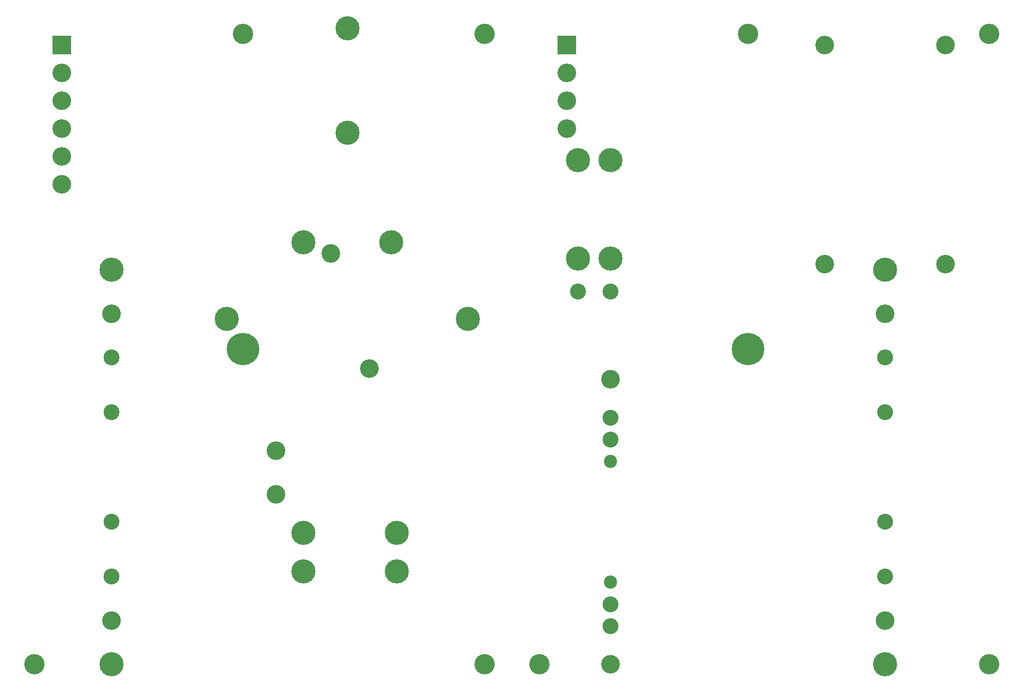
<source format=gts>
G04 #@! TF.FileFunction,Soldermask,Top*
%FSLAX46Y46*%
G04 Gerber Fmt 4.6, Leading zero omitted, Abs format (unit mm)*
G04 Created by KiCad (PCBNEW 4.0.0-stable) date Thursday, December 17, 2015 'AMt' 12:16:44 AM*
%MOMM*%
G01*
G04 APERTURE LIST*
%ADD10C,0.100000*%
%ADD11C,5.900000*%
%ADD12C,3.400000*%
%ADD13C,2.900000*%
%ADD14C,2.400000*%
%ADD15R,3.400000X3.400000*%
%ADD16C,3.700000*%
%ADD17C,4.400000*%
G04 APERTURE END LIST*
D10*
D11*
X179000000Y-91500000D03*
D12*
X154000000Y-149000000D03*
X154000000Y-97000000D03*
D13*
X154000000Y-142000000D03*
X154000000Y-138000000D03*
D14*
X154000000Y-134000000D03*
D13*
X154000000Y-104000000D03*
D14*
X154000000Y-112000000D03*
D13*
X154000000Y-108000000D03*
D15*
X146000000Y-36000000D03*
D12*
X146000000Y-41080000D03*
X146000000Y-46160000D03*
X146000000Y-51240000D03*
D15*
X54000000Y-36000000D03*
D12*
X54000000Y-41080000D03*
X54000000Y-46160000D03*
X54000000Y-51240000D03*
X54000000Y-56320000D03*
X54000000Y-61400000D03*
D16*
X87000000Y-34000000D03*
D11*
X87000000Y-91500000D03*
D16*
X179000000Y-34000000D03*
X141000000Y-149000000D03*
X223000000Y-149000000D03*
X131000000Y-34000000D03*
X49000000Y-149000000D03*
X223000000Y-34000000D03*
X131000000Y-149000000D03*
D17*
X154000000Y-75000000D03*
X148000000Y-57000000D03*
X148000000Y-75000000D03*
D13*
X148000000Y-81000000D03*
X154000000Y-81000000D03*
D17*
X154000000Y-57000000D03*
X114000000Y-72000000D03*
X128000000Y-86000000D03*
X84000000Y-86000000D03*
X98000000Y-72000000D03*
X106000000Y-33000000D03*
D12*
X103000000Y-74000000D03*
X110000000Y-95000000D03*
D17*
X106000000Y-52000000D03*
D12*
X215000000Y-36000000D03*
X215000000Y-76000000D03*
X193000000Y-76000000D03*
X193000000Y-36000000D03*
D17*
X115000000Y-125000000D03*
X115000000Y-132000000D03*
D12*
X93000000Y-118000000D03*
X93000000Y-110000000D03*
D17*
X98000000Y-125000000D03*
X98000000Y-132000000D03*
X204000000Y-149000000D03*
X204000000Y-77000000D03*
D13*
X204000000Y-133000000D03*
D12*
X204000000Y-141000000D03*
D13*
X204000000Y-93000000D03*
D12*
X204000000Y-85000000D03*
D13*
X204000000Y-123000000D03*
X204000000Y-103000000D03*
D17*
X63000000Y-149000000D03*
X63000000Y-77000000D03*
D13*
X63000000Y-133000000D03*
D12*
X63000000Y-141000000D03*
D13*
X63000000Y-93000000D03*
D12*
X63000000Y-85000000D03*
D13*
X63000000Y-123000000D03*
X63000000Y-103000000D03*
M02*

</source>
